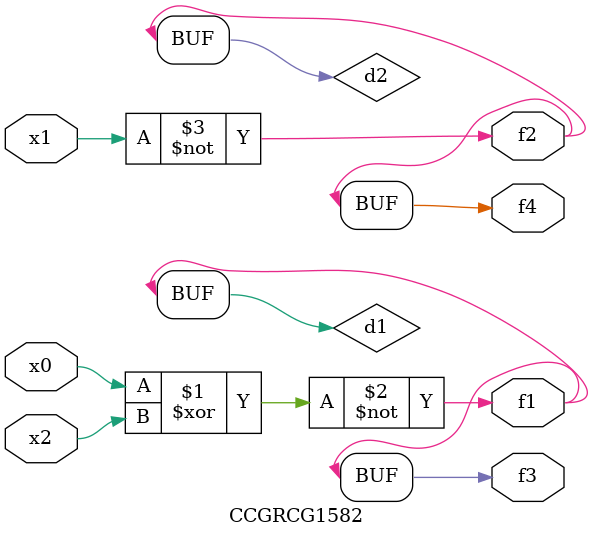
<source format=v>
module CCGRCG1582(
	input x0, x1, x2,
	output f1, f2, f3, f4
);

	wire d1, d2, d3;

	xnor (d1, x0, x2);
	nand (d2, x1);
	nor (d3, x1, x2);
	assign f1 = d1;
	assign f2 = d2;
	assign f3 = d1;
	assign f4 = d2;
endmodule

</source>
